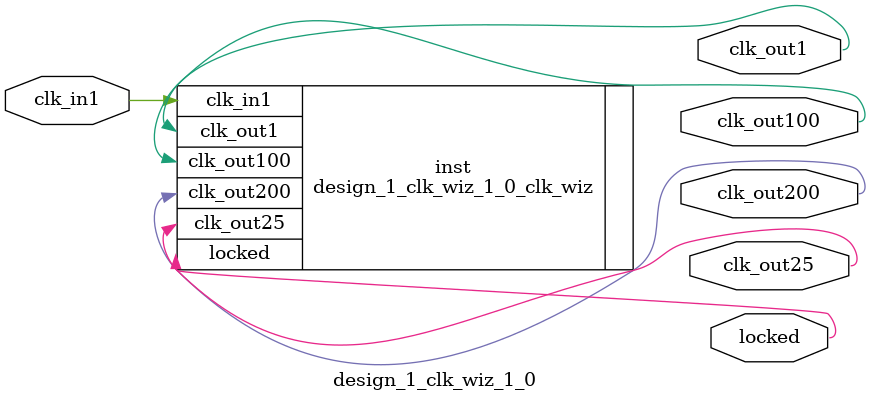
<source format=v>


`timescale 1ps/1ps

(* CORE_GENERATION_INFO = "design_1_clk_wiz_1_0,clk_wiz_v6_0_3_0_0,{component_name=design_1_clk_wiz_1_0,use_phase_alignment=true,use_min_o_jitter=false,use_max_i_jitter=false,use_dyn_phase_shift=false,use_inclk_switchover=false,use_dyn_reconfig=false,enable_axi=0,feedback_source=FDBK_AUTO,PRIMITIVE=MMCM,num_out_clk=4,clkin1_period=10.0,clkin2_period=10.0,use_power_down=false,use_reset=false,use_locked=true,use_inclk_stopped=false,feedback_type=SINGLE,CLOCK_MGR_TYPE=NA,manual_override=false}" *)

module design_1_clk_wiz_1_0 
 (
  // Clock out ports
  output        clk_out1,
  output        clk_out25,
  output        clk_out200,
  output        clk_out100,
  // Status and control signals
  output        locked,
 // Clock in ports
  input         clk_in1
 );

  design_1_clk_wiz_1_0_clk_wiz inst
  (
  // Clock out ports  
  .clk_out1(clk_out1),
  .clk_out25(clk_out25),
  .clk_out200(clk_out200),
  .clk_out100(clk_out100),
  // Status and control signals               
  .locked(locked),
 // Clock in ports
  .clk_in1(clk_in1)
  );

endmodule

</source>
